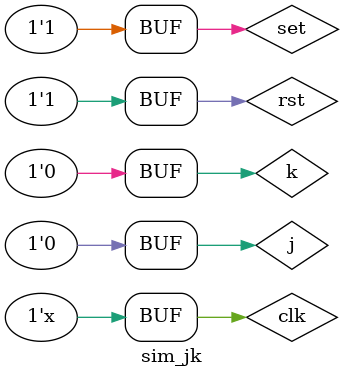
<source format=v>
`timescale 1ns / 1ps


module sim_jk();
    reg clk;
    reg rst,set,j,k;
    wire q;
    parameter DELY=20;
    jk JK1(clk,rst,set,j,k,q);
    initial begin
        #(DELY/4) clk=1;
        #DELY rst=0;set=1;j=0;k=0;
        #DELY rst=1;set=0;j=0;k=0;
        #DELY rst=1;set=1;j=0;k=1;
        #DELY rst=1;set=1;j=1;k=0;
        #DELY rst=1;set=1;j=0;k=0;
    end
    always #(DELY/2) clk=~clk;
endmodule

</source>
